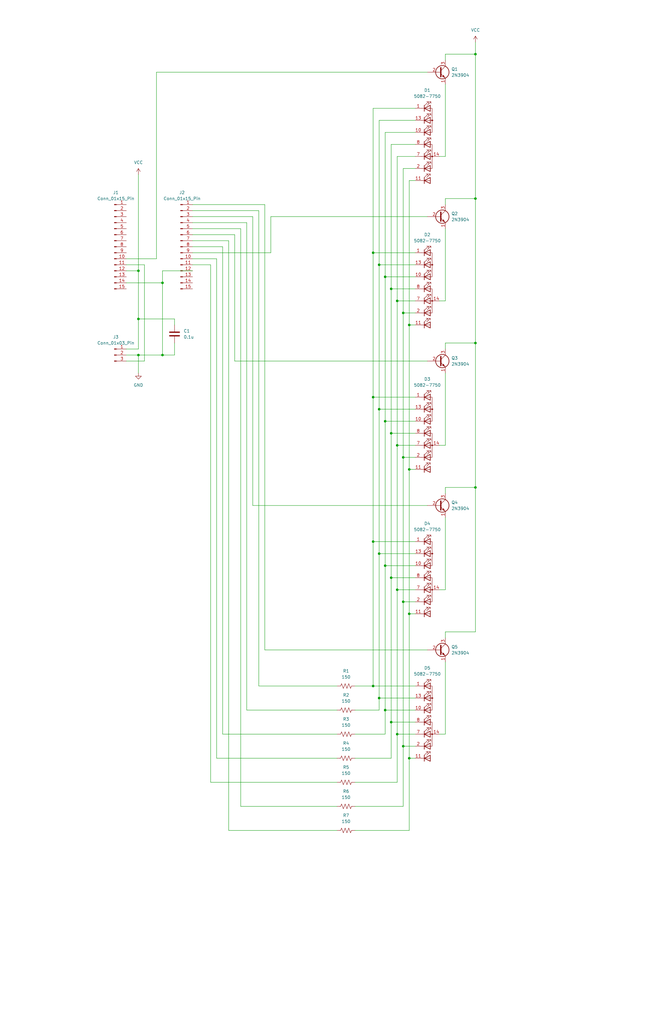
<source format=kicad_sch>
(kicad_sch (version 20230121) (generator eeschema)
  (paper "User" 279.4 431.8)
  (lib_symbols
    (symbol "Connector:Conn_01x03_Pin" (pin_names (offset 1.016) hide)
      (property "Reference" "J" (at 0 5.08 0))
      (property "Value" "Conn_01x03_Pin" (at 0 -5.08 0))
      (symbol "Conn_01x03_Pin_1_1"
        (polyline (pts (xy 1.27 -2.54) (xy 0.8636 -2.54)) (stroke (width 0.1524)))
        (polyline (pts (xy 1.27 0) (xy 0.8636 0)) (stroke (width 0.1524)))
        (polyline (pts (xy 1.27 2.54) (xy 0.8636 2.54)) (stroke (width 0.1524)))
        (rectangle (start 0.8636 -2.413) (end 0 -2.667) (stroke (width 0.1524)) (fill (type outline)))
        (rectangle (start 0.8636 0.127) (end 0 -0.127) (stroke (width 0.1524)) (fill (type outline)))
        (rectangle (start 0.8636 2.667) (end 0 2.413) (stroke (width 0.1524)) (fill (type outline)))
        (pin passive line (at 5.08 2.54 180) (length 3.81) (name "Pin_1") (number "1"))
        (pin passive line (at 5.08 0 180) (length 3.81) (name "Pin_2") (number "2"))
        (pin passive line (at 5.08 -2.54 180) (length 3.81) (name "Pin_3") (number "3"))
      )
    )
    (symbol "Connector:Conn_01x15_Pin" (pin_names (offset 1.016) hide)
      (property "Reference" "J" (at 0 20.32 0))
      (property "Value" "Conn_01x15_Pin" (at 0 -20.32 0))
      (symbol "Conn_01x15_Pin_1_1"
        (polyline (pts (xy 1.27 -17.78) (xy 0.8636 -17.78)) (stroke (width 0.1524)))
        (polyline (pts (xy 1.27 -15.24) (xy 0.8636 -15.24)) (stroke (width 0.1524)))
        (polyline (pts (xy 1.27 -12.7) (xy 0.8636 -12.7)) (stroke (width 0.1524)))
        (polyline (pts (xy 1.27 -10.16) (xy 0.8636 -10.16)) (stroke (width 0.1524)))
        (polyline (pts (xy 1.27 -7.62) (xy 0.8636 -7.62)) (stroke (width 0.1524)))
        (polyline (pts (xy 1.27 -5.08) (xy 0.8636 -5.08)) (stroke (width 0.1524)))
        (polyline (pts (xy 1.27 -2.54) (xy 0.8636 -2.54)) (stroke (width 0.1524)))
        (polyline (pts (xy 1.27 0) (xy 0.8636 0)) (stroke (width 0.1524)))
        (polyline (pts (xy 1.27 2.54) (xy 0.8636 2.54)) (stroke (width 0.1524)))
        (polyline (pts (xy 1.27 5.08) (xy 0.8636 5.08)) (stroke (width 0.1524)))
        (polyline (pts (xy 1.27 7.62) (xy 0.8636 7.62)) (stroke (width 0.1524)))
        (polyline (pts (xy 1.27 10.16) (xy 0.8636 10.16)) (stroke (width 0.1524)))
        (polyline (pts (xy 1.27 12.7) (xy 0.8636 12.7)) (stroke (width 0.1524)))
        (polyline (pts (xy 1.27 15.24) (xy 0.8636 15.24)) (stroke (width 0.1524)))
        (polyline (pts (xy 1.27 17.78) (xy 0.8636 17.78)) (stroke (width 0.1524)))
        (rectangle (start 0.8636 -17.653) (end 0 -17.907) (stroke (width 0.1524)) (fill (type outline)))
        (rectangle (start 0.8636 -15.113) (end 0 -15.367) (stroke (width 0.1524)) (fill (type outline)))
        (rectangle (start 0.8636 -12.573) (end 0 -12.827) (stroke (width 0.1524)) (fill (type outline)))
        (rectangle (start 0.8636 -10.033) (end 0 -10.287) (stroke (width 0.1524)) (fill (type outline)))
        (rectangle (start 0.8636 -7.493) (end 0 -7.747) (stroke (width 0.1524)) (fill (type outline)))
        (rectangle (start 0.8636 -4.953) (end 0 -5.207) (stroke (width 0.1524)) (fill (type outline)))
        (rectangle (start 0.8636 -2.413) (end 0 -2.667) (stroke (width 0.1524)) (fill (type outline)))
        (rectangle (start 0.8636 0.127) (end 0 -0.127) (stroke (width 0.1524)) (fill (type outline)))
        (rectangle (start 0.8636 2.667) (end 0 2.413) (stroke (width 0.1524)) (fill (type outline)))
        (rectangle (start 0.8636 5.207) (end 0 4.953) (stroke (width 0.1524)) (fill (type outline)))
        (rectangle (start 0.8636 7.747) (end 0 7.493) (stroke (width 0.1524)) (fill (type outline)))
        (rectangle (start 0.8636 10.287) (end 0 10.033) (stroke (width 0.1524)) (fill (type outline)))
        (rectangle (start 0.8636 12.827) (end 0 12.573) (stroke (width 0.1524)) (fill (type outline)))
        (rectangle (start 0.8636 15.367) (end 0 15.113) (stroke (width 0.1524)) (fill (type outline)))
        (rectangle (start 0.8636 17.907) (end 0 17.653) (stroke (width 0.1524)) (fill (type outline)))
        (pin passive line (at 5.08 17.78 180) (length 3.81) (name "Pin_1") (number "1"))
        (pin passive line (at 5.08 -5.08 180) (length 3.81) (name "Pin_10") (number "10"))
        (pin passive line (at 5.08 -7.62 180) (length 3.81) (name "Pin_11") (number "11"))
        (pin passive line (at 5.08 -10.16 180) (length 3.81) (name "Pin_12") (number "12"))
        (pin passive line (at 5.08 -12.7 180) (length 3.81) (name "Pin_13") (number "13"))
        (pin passive line (at 5.08 -15.24 180) (length 3.81) (name "Pin_14") (number "14"))
        (pin passive line (at 5.08 -17.78 180) (length 3.81) (name "Pin_15") (number "15"))
        (pin passive line (at 5.08 15.24 180) (length 3.81) (name "Pin_2") (number "2"))
        (pin passive line (at 5.08 12.7 180) (length 3.81) (name "Pin_3") (number "3"))
        (pin passive line (at 5.08 10.16 180) (length 3.81) (name "Pin_4") (number "4"))
        (pin passive line (at 5.08 7.62 180) (length 3.81) (name "Pin_5") (number "5"))
        (pin passive line (at 5.08 5.08 180) (length 3.81) (name "Pin_6") (number "6"))
        (pin passive line (at 5.08 2.54 180) (length 3.81) (name "Pin_7") (number "7"))
        (pin passive line (at 5.08 0 180) (length 3.81) (name "Pin_8") (number "8"))
        (pin passive line (at 5.08 -2.54 180) (length 3.81) (name "Pin_9") (number "9"))
      )
    )
    (symbol "Device:C" (pin_numbers hide) (pin_names (offset 0.254))
      (property "Reference" "C" (at 0.635 2.54 0))
      (property "Value" "C" (at 0.635 -2.54 0))
      (symbol "C_0_1"
        (polyline (pts (xy -2.032 -0.762) (xy 2.032 -0.762)) (stroke (width 0.508)))
        (polyline (pts (xy -2.032 0.762) (xy 2.032 0.762)) (stroke (width 0.508)))
      )
      (symbol "C_1_1"
        (pin passive line (at 0 3.81 270) (length 2.794) (name "~") (number "1"))
        (pin passive line (at 0 -3.81 90) (length 2.794) (name "~") (number "2"))
      )
    )
    (symbol "Device:R_US" (pin_numbers hide) (pin_names (offset 0))
      (property "Reference" "R" (at 2.54 0 90))
      (property "Value" "R_US" (at -2.54 0 90))
      (symbol "R_US_0_1"
        (polyline (pts (xy 0 -2.286) (xy 0 -2.54)))
        (polyline (pts (xy 0 2.286) (xy 0 2.54)))
        (polyline (pts (xy 0 -0.762) (xy 1.016 -1.143) (xy 0 -1.524) (xy -1.016 -1.905) (xy 0 -2.286)))
        (polyline (pts (xy 0 0.762) (xy 1.016 0.381) (xy 0 0) (xy -1.016 -0.381) (xy 0 -0.762)))
        (polyline (pts (xy 0 2.286) (xy 1.016 1.905) (xy 0 1.524) (xy -1.016 1.143) (xy 0 0.762)))
      )
      (symbol "R_US_1_1"
        (pin passive line (at 0 3.81 270) (length 1.27) (name "~") (number "1"))
        (pin passive line (at 0 -3.81 90) (length 1.27) (name "~") (number "2"))
      )
    )
    (symbol "New_Library:5082-7750" (pin_names (offset 0) hide)
      (property "Reference" "D" (at 0 10.16 0))
      (property "Value" "5082-7750" (at 0 -29.21 0))
      (symbol "5082-7750_0_1"
        (polyline (pts (xy -2.54 -25.4) (xy 1.27 -25.4)))
        (polyline (pts (xy -2.54 -20.32) (xy 1.27 -20.32)))
        (polyline (pts (xy -2.54 -5.08) (xy 1.27 -5.08)))
        (polyline (pts (xy -1.27 -24.13) (xy -1.27 -26.67)) (stroke (width 0.254)))
        (polyline (pts (xy -1.27 -19.05) (xy -1.27 -21.59)) (stroke (width 0.254)))
        (polyline (pts (xy -1.27 -13.97) (xy -1.27 -16.51)) (stroke (width 0.254)))
        (polyline (pts (xy -1.27 -8.89) (xy -1.27 -11.43)) (stroke (width 0.254)))
        (polyline (pts (xy -1.27 -3.81) (xy -1.27 -6.35)) (stroke (width 0.254)))
        (polyline (pts (xy -1.27 1.27) (xy -1.27 -1.27)) (stroke (width 0.254)))
        (polyline (pts (xy -1.27 6.35) (xy -1.27 3.81)) (stroke (width 0.254)))
        (polyline (pts (xy 1.27 -10.16) (xy -2.54 -10.16)))
        (polyline (pts (xy 1.27 5.08) (xy -2.54 5.08)))
        (polyline (pts (xy 2.54 -15.24) (xy -2.54 -15.24)))
        (polyline (pts (xy 2.54 0) (xy -2.54 0)))
        (polyline (pts (xy 1.27 -24.13) (xy 1.27 -26.67) (xy -1.27 -25.4) (xy 1.27 -24.13)) (stroke (width 0.254)))
        (polyline (pts (xy 1.27 -20.32) (xy 2.032 -20.32) (xy 2.032 -10.16) (xy 1.27 -10.16)))
        (polyline (pts (xy 1.27 -19.05) (xy 1.27 -21.59) (xy -1.27 -20.32) (xy 1.27 -19.05)) (stroke (width 0.254)))
        (polyline (pts (xy 1.27 -13.97) (xy 1.27 -16.51) (xy -1.27 -15.24) (xy 1.27 -13.97)) (stroke (width 0.254)))
        (polyline (pts (xy 1.27 -8.89) (xy 1.27 -11.43) (xy -1.27 -10.16) (xy 1.27 -8.89)) (stroke (width 0.254)))
        (polyline (pts (xy 1.27 -5.08) (xy 2.032 -5.08) (xy 2.032 5.08) (xy 1.27 5.08)))
        (polyline (pts (xy 1.27 -3.81) (xy 1.27 -6.35) (xy -1.27 -5.08) (xy 1.27 -3.81)) (stroke (width 0.254)))
        (polyline (pts (xy 1.27 1.27) (xy 1.27 -1.27) (xy -1.27 0) (xy 1.27 1.27)) (stroke (width 0.254)))
        (polyline (pts (xy 1.27 6.35) (xy 1.27 3.81) (xy -1.27 5.08) (xy 1.27 6.35)) (stroke (width 0.254)))
        (polyline (pts (xy -1.27 -24.13) (xy 0.254 -22.606) (xy -0.508 -22.606) (xy 0.254 -22.606) (xy 0.254 -23.368)))
        (polyline (pts (xy -1.016 -19.05) (xy 0.508 -17.526) (xy -0.254 -17.526) (xy 0.508 -17.526) (xy 0.508 -18.288)))
        (polyline (pts (xy -1.016 -13.97) (xy 0.508 -12.446) (xy -0.254 -12.446) (xy 0.508 -12.446) (xy 0.508 -13.208)))
        (polyline (pts (xy -1.016 -8.89) (xy 0.508 -7.366) (xy -0.254 -7.366) (xy 0.508 -7.366) (xy 0.508 -8.128)))
        (polyline (pts (xy -1.016 -3.81) (xy 0.508 -2.286) (xy -0.254 -2.286) (xy 0.508 -2.286) (xy 0.508 -3.048)))
        (polyline (pts (xy -1.016 1.27) (xy 0.508 2.794) (xy -0.254 2.794) (xy 0.508 2.794) (xy 0.508 2.032)))
        (polyline (pts (xy -1.016 6.35) (xy 0.508 7.874) (xy -0.254 7.874) (xy 0.508 7.874) (xy 0.508 7.112)))
        (polyline (pts (xy -0.254 -24.13) (xy 1.27 -22.606) (xy 0.508 -22.606) (xy 1.27 -22.606) (xy 1.27 -23.368)))
        (polyline (pts (xy 0 -19.05) (xy 1.524 -17.526) (xy 0.762 -17.526) (xy 1.524 -17.526) (xy 1.524 -18.288)))
        (polyline (pts (xy 0 -13.97) (xy 1.524 -12.446) (xy 0.762 -12.446) (xy 1.524 -12.446) (xy 1.524 -13.208)))
        (polyline (pts (xy 0 -8.89) (xy 1.524 -7.366) (xy 0.762 -7.366) (xy 1.524 -7.366) (xy 1.524 -8.128)))
        (polyline (pts (xy 0 -3.81) (xy 1.524 -2.286) (xy 0.762 -2.286) (xy 1.524 -2.286) (xy 1.524 -3.048)))
        (polyline (pts (xy 0 1.27) (xy 1.524 2.794) (xy 0.762 2.794) (xy 1.524 2.794) (xy 1.524 2.032)))
        (polyline (pts (xy 0 6.35) (xy 1.524 7.874) (xy 0.762 7.874) (xy 1.524 7.874) (xy 1.524 7.112)))
        (rectangle (start 1.27 -8.89) (end 1.27 -8.89))
        (rectangle (start 1.27 6.35) (end 1.27 6.35))
        (circle (center 2.032 -15.24) (radius 0.254) (fill (type outline)))
        (circle (center 2.032 0) (radius 0.254) (fill (type outline)))
      )
      (symbol "5082-7750_1_1"
        (pin input line (at -5.08 5.08 0) (length 2.54) (name "a") (number "1"))
        (pin input line (at -5.08 -5.08 0) (length 2.54) (name "c") (number "10"))
        (pin input line (at -5.08 -25.4 0) (length 2.54) (name "g") (number "11"))
        (pin input line (at -5.08 0 0) (length 2.54) (name "b") (number "13"))
        (pin output line (at 5.08 -15.24 180) (length 2.54) (name "x") (number "14"))
        (pin input line (at -5.08 -20.32 0) (length 2.54) (name "f") (number "2"))
        (pin input line (at -5.08 -15.24 0) (length 2.54) (name "e") (number "7"))
        (pin input line (at -5.08 -10.16 0) (length 2.54) (name "d") (number "8"))
      )
    )
    (symbol "Transistor_BJT:2N3904" (pin_names (offset 0) hide)
      (property "Reference" "Q" (at 5.08 1.905 0))
      (property "Value" "2N3904" (at 5.08 0 0))
      (symbol "2N3904_0_1"
        (polyline (pts (xy 0.635 0.635) (xy 2.54 2.54)))
        (polyline (pts (xy 0.635 -0.635) (xy 2.54 -2.54) (xy 2.54 -2.54)))
        (polyline (pts (xy 0.635 1.905) (xy 0.635 -1.905) (xy 0.635 -1.905)) (stroke (width 0.508)))
        (polyline (pts (xy 1.27 -1.778) (xy 1.778 -1.27) (xy 2.286 -2.286) (xy 1.27 -1.778) (xy 1.27 -1.778)) (fill (type outline)))
        (circle (center 1.27 0) (radius 2.8194) (stroke (width 0.254)))
      )
      (symbol "2N3904_1_1"
        (pin passive line (at 2.54 -5.08 90) (length 2.54) (name "E") (number "1"))
        (pin passive line (at -5.08 0 0) (length 5.715) (name "B") (number "2"))
        (pin passive line (at 2.54 5.08 270) (length 2.54) (name "C") (number "3"))
      )
    )
    (symbol "power:GND" (power) (pin_names (offset 0))
      (property "Value" "GND" (at 0 -3.81 0))
      (symbol "GND_0_1"
        (polyline (pts (xy 0 0) (xy 0 -1.27) (xy 1.27 -1.27) (xy 0 -2.54) (xy -1.27 -1.27) (xy 0 -1.27)))
      )
      (symbol "GND_1_1"
        (pin power_in line (at 0 0 270) (length 0) hide (name "GND") (number "1"))
      )
    )
    (symbol "power:VCC" (power) (pin_names (offset 0))
      (property "Value" "VCC" (at 0 3.81 0))
      (symbol "VCC_0_1"
        (polyline (pts (xy -0.762 1.27) (xy 0 2.54)))
        (polyline (pts (xy 0 0) (xy 0 2.54)))
        (polyline (pts (xy 0 2.54) (xy 0.762 1.27)))
      )
      (symbol "VCC_1_1"
        (pin power_in line (at 0 0 90) (length 0) hide (name "VCC") (number "1"))
      )
    )
  )
  (junction (at 68.58 119.38))
  (junction (at 157.48 228.6))
  (junction (at 170.18 254))
  (junction (at 165.1 121.92))
  (junction (at 200.66 144.78))
  (junction (at 165.1 182.88))
  (junction (at 157.48 106.68))
  (junction (at 172.72 259.08))
  (junction (at 200.66 22.86))
  (junction (at 160.02 111.76))
  (junction (at 167.64 127))
  (junction (at 167.64 248.92))
  (junction (at 160.02 233.68))
  (junction (at 58.42 149.86))
  (junction (at 200.66 205.74))
  (junction (at 162.56 177.8))
  (junction (at 167.64 187.96))
  (junction (at 200.66 83.82))
  (junction (at 157.48 167.64))
  (junction (at 68.58 149.86))
  (junction (at 167.64 309.88))
  (junction (at 162.56 238.76))
  (junction (at 160.02 294.64))
  (junction (at 172.72 320.04))
  (junction (at 157.48 289.56))
  (junction (at 165.1 304.8))
  (junction (at 170.18 193.04))
  (junction (at 170.18 132.08))
  (junction (at 58.42 134.62))
  (junction (at 172.72 198.12))
  (junction (at 58.42 114.3))
  (junction (at 170.18 314.96))
  (junction (at 172.72 137.16))
  (junction (at 162.56 116.84))
  (junction (at 165.1 243.84))
  (junction (at 162.56 299.72))
  (junction (at 160.02 172.72))
  (wire (pts (xy 68.58 149.86) (xy 58.42 149.86)))
  (wire (pts (xy 175.26 60.96) (xy 165.1 60.96)))
  (wire (pts (xy 187.96 25.4) (xy 187.96 22.86)))
  (wire (pts (xy 58.42 149.86) (xy 53.34 149.86)))
  (wire (pts (xy 88.9 111.76) (xy 88.9 330.2)))
  (wire (pts (xy 175.26 238.76) (xy 162.56 238.76)))
  (wire (pts (xy 81.28 96.52) (xy 101.6 96.52)))
  (wire (pts (xy 187.96 127) (xy 185.42 127)))
  (wire (pts (xy 106.68 213.36) (xy 180.34 213.36)))
  (wire (pts (xy 167.64 127) (xy 167.64 187.96)))
  (wire (pts (xy 104.14 93.98) (xy 104.14 299.72)))
  (wire (pts (xy 175.26 228.6) (xy 157.48 228.6)))
  (wire (pts (xy 58.42 147.32) (xy 53.34 147.32)))
  (wire (pts (xy 175.26 45.72) (xy 157.48 45.72)))
  (wire (pts (xy 60.96 111.76) (xy 60.96 152.4)))
  (wire (pts (xy 200.66 83.82) (xy 200.66 144.78)))
  (wire (pts (xy 160.02 233.68) (xy 160.02 294.64)))
  (wire (pts (xy 175.26 111.76) (xy 160.02 111.76)))
  (wire (pts (xy 73.66 137.16) (xy 73.66 134.62)))
  (wire (pts (xy 167.64 66.04) (xy 167.64 127)))
  (wire (pts (xy 157.48 167.64) (xy 157.48 228.6)))
  (wire (pts (xy 187.96 157.48) (xy 187.96 187.96)))
  (wire (pts (xy 200.66 22.86) (xy 200.66 83.82)))
  (wire (pts (xy 172.72 320.04) (xy 172.72 350.52)))
  (wire (pts (xy 187.96 279.4) (xy 187.96 309.88)))
  (wire (pts (xy 93.98 309.88) (xy 142.24 309.88)))
  (wire (pts (xy 149.86 330.2) (xy 167.64 330.2)))
  (wire (pts (xy 172.72 76.2) (xy 172.72 137.16)))
  (wire (pts (xy 60.96 152.4) (xy 53.34 152.4)))
  (wire (pts (xy 175.26 289.56) (xy 157.48 289.56)))
  (wire (pts (xy 172.72 137.16) (xy 172.72 198.12)))
  (wire (pts (xy 187.96 66.04) (xy 185.42 66.04)))
  (wire (pts (xy 81.28 86.36) (xy 111.76 86.36)))
  (wire (pts (xy 200.66 17.78) (xy 200.66 22.86)))
  (wire (pts (xy 68.58 114.3) (xy 68.58 119.38)))
  (wire (pts (xy 81.28 91.44) (xy 106.68 91.44)))
  (wire (pts (xy 58.42 134.62) (xy 73.66 134.62)))
  (wire (pts (xy 175.26 248.92) (xy 167.64 248.92)))
  (wire (pts (xy 53.34 111.76) (xy 60.96 111.76)))
  (wire (pts (xy 160.02 172.72) (xy 160.02 233.68)))
  (wire (pts (xy 162.56 116.84) (xy 162.56 177.8)))
  (wire (pts (xy 81.28 99.06) (xy 99.06 99.06)))
  (wire (pts (xy 101.6 96.52) (xy 101.6 340.36)))
  (wire (pts (xy 111.76 86.36) (xy 111.76 274.32)))
  (wire (pts (xy 96.52 101.6) (xy 96.52 350.52)))
  (wire (pts (xy 167.64 187.96) (xy 167.64 248.92)))
  (wire (pts (xy 170.18 254) (xy 170.18 314.96)))
  (wire (pts (xy 175.26 116.84) (xy 162.56 116.84)))
  (wire (pts (xy 165.1 182.88) (xy 165.1 243.84)))
  (wire (pts (xy 157.48 106.68) (xy 157.48 167.64)))
  (wire (pts (xy 81.28 106.68) (xy 114.3 106.68)))
  (wire (pts (xy 175.26 76.2) (xy 172.72 76.2)))
  (wire (pts (xy 187.96 35.56) (xy 187.96 66.04)))
  (wire (pts (xy 160.02 111.76) (xy 160.02 172.72)))
  (wire (pts (xy 187.96 83.82) (xy 200.66 83.82)))
  (wire (pts (xy 81.28 111.76) (xy 88.9 111.76)))
  (wire (pts (xy 175.26 66.04) (xy 167.64 66.04)))
  (wire (pts (xy 58.42 149.86) (xy 58.42 157.48)))
  (wire (pts (xy 200.66 205.74) (xy 200.66 266.7)))
  (wire (pts (xy 165.1 304.8) (xy 165.1 320.04)))
  (wire (pts (xy 101.6 340.36) (xy 142.24 340.36)))
  (wire (pts (xy 157.48 228.6) (xy 157.48 289.56)))
  (wire (pts (xy 187.96 187.96) (xy 185.42 187.96)))
  (wire (pts (xy 165.1 121.92) (xy 165.1 182.88)))
  (wire (pts (xy 175.26 314.96) (xy 170.18 314.96)))
  (wire (pts (xy 162.56 177.8) (xy 162.56 238.76)))
  (wire (pts (xy 175.26 243.84) (xy 165.1 243.84)))
  (wire (pts (xy 81.28 109.22) (xy 91.44 109.22)))
  (wire (pts (xy 200.66 144.78) (xy 200.66 205.74)))
  (wire (pts (xy 175.26 50.8) (xy 160.02 50.8)))
  (wire (pts (xy 175.26 127) (xy 167.64 127)))
  (wire (pts (xy 111.76 274.32) (xy 180.34 274.32)))
  (wire (pts (xy 114.3 106.68) (xy 114.3 91.44)))
  (wire (pts (xy 149.86 299.72) (xy 160.02 299.72)))
  (wire (pts (xy 106.68 91.44) (xy 106.68 213.36)))
  (wire (pts (xy 53.34 109.22) (xy 66.04 109.22)))
  (wire (pts (xy 175.26 106.68) (xy 157.48 106.68)))
  (wire (pts (xy 187.96 266.7) (xy 200.66 266.7)))
  (wire (pts (xy 149.86 309.88) (xy 162.56 309.88)))
  (wire (pts (xy 175.26 294.64) (xy 160.02 294.64)))
  (wire (pts (xy 187.96 208.28) (xy 187.96 205.74)))
  (wire (pts (xy 81.28 93.98) (xy 104.14 93.98)))
  (wire (pts (xy 187.96 86.36) (xy 187.96 83.82)))
  (wire (pts (xy 175.26 167.64) (xy 157.48 167.64)))
  (wire (pts (xy 58.42 73.66) (xy 58.42 114.3)))
  (wire (pts (xy 91.44 320.04) (xy 142.24 320.04)))
  (wire (pts (xy 175.26 299.72) (xy 162.56 299.72)))
  (wire (pts (xy 109.22 289.56) (xy 142.24 289.56)))
  (wire (pts (xy 149.86 340.36) (xy 170.18 340.36)))
  (wire (pts (xy 170.18 314.96) (xy 170.18 340.36)))
  (wire (pts (xy 172.72 198.12) (xy 172.72 259.08)))
  (wire (pts (xy 157.48 45.72) (xy 157.48 106.68)))
  (wire (pts (xy 66.04 30.48) (xy 66.04 109.22)))
  (wire (pts (xy 187.96 248.92) (xy 185.42 248.92)))
  (wire (pts (xy 170.18 132.08) (xy 170.18 193.04)))
  (wire (pts (xy 68.58 119.38) (xy 68.58 149.86)))
  (wire (pts (xy 175.26 320.04) (xy 172.72 320.04)))
  (wire (pts (xy 81.28 104.14) (xy 93.98 104.14)))
  (wire (pts (xy 162.56 238.76) (xy 162.56 299.72)))
  (wire (pts (xy 175.26 187.96) (xy 167.64 187.96)))
  (wire (pts (xy 175.26 309.88) (xy 167.64 309.88)))
  (wire (pts (xy 53.34 114.3) (xy 58.42 114.3)))
  (wire (pts (xy 96.52 350.52) (xy 142.24 350.52)))
  (wire (pts (xy 81.28 101.6) (xy 96.52 101.6)))
  (wire (pts (xy 175.26 55.88) (xy 162.56 55.88)))
  (wire (pts (xy 58.42 134.62) (xy 58.42 147.32)))
  (wire (pts (xy 165.1 243.84) (xy 165.1 304.8)))
  (wire (pts (xy 167.64 248.92) (xy 167.64 309.88)))
  (wire (pts (xy 162.56 55.88) (xy 162.56 116.84)))
  (wire (pts (xy 175.26 172.72) (xy 160.02 172.72)))
  (wire (pts (xy 175.26 193.04) (xy 170.18 193.04)))
  (wire (pts (xy 187.96 218.44) (xy 187.96 248.92)))
  (wire (pts (xy 58.42 114.3) (xy 58.42 134.62)))
  (wire (pts (xy 109.22 88.9) (xy 109.22 289.56)))
  (wire (pts (xy 175.26 233.68) (xy 160.02 233.68)))
  (wire (pts (xy 187.96 205.74) (xy 200.66 205.74)))
  (wire (pts (xy 81.28 88.9) (xy 109.22 88.9)))
  (wire (pts (xy 187.96 144.78) (xy 200.66 144.78)))
  (wire (pts (xy 149.86 320.04) (xy 165.1 320.04)))
  (wire (pts (xy 66.04 30.48) (xy 180.34 30.48)))
  (wire (pts (xy 160.02 50.8) (xy 160.02 111.76)))
  (wire (pts (xy 93.98 104.14) (xy 93.98 309.88)))
  (wire (pts (xy 187.96 96.52) (xy 187.96 127)))
  (wire (pts (xy 91.44 109.22) (xy 91.44 320.04)))
  (wire (pts (xy 73.66 144.78) (xy 73.66 149.86)))
  (wire (pts (xy 187.96 309.88) (xy 185.42 309.88)))
  (wire (pts (xy 175.26 71.12) (xy 170.18 71.12)))
  (wire (pts (xy 187.96 147.32) (xy 187.96 144.78)))
  (wire (pts (xy 99.06 99.06) (xy 99.06 152.4)))
  (wire (pts (xy 187.96 22.86) (xy 200.66 22.86)))
  (wire (pts (xy 170.18 71.12) (xy 170.18 132.08)))
  (wire (pts (xy 175.26 137.16) (xy 172.72 137.16)))
  (wire (pts (xy 175.26 177.8) (xy 162.56 177.8)))
  (wire (pts (xy 175.26 121.92) (xy 165.1 121.92)))
  (wire (pts (xy 73.66 149.86) (xy 68.58 149.86)))
  (wire (pts (xy 175.26 304.8) (xy 165.1 304.8)))
  (wire (pts (xy 172.72 259.08) (xy 172.72 320.04)))
  (wire (pts (xy 187.96 269.24) (xy 187.96 266.7)))
  (wire (pts (xy 149.86 350.52) (xy 172.72 350.52)))
  (wire (pts (xy 175.26 254) (xy 170.18 254)))
  (wire (pts (xy 165.1 60.96) (xy 165.1 121.92)))
  (wire (pts (xy 53.34 119.38) (xy 68.58 119.38)))
  (wire (pts (xy 114.3 91.44) (xy 180.34 91.44)))
  (wire (pts (xy 104.14 299.72) (xy 142.24 299.72)))
  (wire (pts (xy 175.26 198.12) (xy 172.72 198.12)))
  (wire (pts (xy 99.06 152.4) (xy 180.34 152.4)))
  (wire (pts (xy 170.18 193.04) (xy 170.18 254)))
  (wire (pts (xy 162.56 299.72) (xy 162.56 309.88)))
  (wire (pts (xy 175.26 132.08) (xy 170.18 132.08)))
  (wire (pts (xy 167.64 309.88) (xy 167.64 330.2)))
  (wire (pts (xy 149.86 289.56) (xy 157.48 289.56)))
  (wire (pts (xy 142.24 330.2) (xy 88.9 330.2)))
  (wire (pts (xy 81.28 114.3) (xy 68.58 114.3)))
  (wire (pts (xy 160.02 294.64) (xy 160.02 299.72)))
  (wire (pts (xy 175.26 259.08) (xy 172.72 259.08)))
  (wire (pts (xy 175.26 182.88) (xy 165.1 182.88)))
  (symbol (lib_id "Connector:Conn_01x15_Pin") (at 48.26 104.14 0) (unit 1)
    (property "Reference" "J1" (at 48.895 81.28 0))
    (property "Value" "Conn_01x15_Pin" (at 48.895 83.82 0))
    (property "Footprint" "Connector_PinHeader_2.54mm:PinHeader_1x15_P2.54mm_Vertical" (effects hide))
  )
  (symbol (lib_id "Transistor_BJT:2N3904") (at 185.42 152.4 0) (unit 1)
    (property "Reference" "Q3" (at 190.5 151.13 0) (effects (justify left)))
    (property "Value" "2N3904" (at 190.5 153.67 0) (effects (justify left)))
    (property "Footprint" "Package_TO_SOT_THT:TO-92_Inline_Wide" (effects hide))
    (property "Datasheet" "https://www.onsemi.com/pub/Collateral/2N3903-D.PDF" (effects hide))
  )
  (symbol (lib_id "New_Library:5082-7750") (at 180.34 172.72 0) (unit 1)
    (property "Reference" "D3" (at 180.34 160.02 0))
    (property "Value" "5082-7750" (at 180.34 162.56 0))
    (property "Footprint" "Package_DIP:DIP-14_W7.62mm" (effects hide))
  )
  (symbol (lib_id "Transistor_BJT:2N3904") (at 185.42 30.48 0) (unit 1)
    (property "Reference" "Q1" (at 190.5 29.21 0) (effects (justify left)))
    (property "Value" "2N3904" (at 190.5 31.75 0) (effects (justify left)))
    (property "Footprint" "Package_TO_SOT_THT:TO-92_Inline_Wide" (effects hide))
    (property "Datasheet" "https://www.onsemi.com/pub/Collateral/2N3903-D.PDF" (effects hide))
  )
  (symbol (lib_id "Device:R_US") (at 146.05 309.88 270) (unit 1)
    (property "Reference" "R3" (at 146.05 303.53 90))
    (property "Value" "150" (at 146.05 306.07 90))
    (property "Footprint" "Resistor_THT:R_Axial_DIN0207_L6.3mm_D2.5mm_P5.08mm_Vertical" (effects hide))
  )
  (symbol (lib_id "Transistor_BJT:2N3904") (at 185.42 213.36 0) (unit 1)
    (property "Reference" "Q4" (at 190.5 212.09 0) (effects (justify left)))
    (property "Value" "2N3904" (at 190.5 214.63 0) (effects (justify left)))
    (property "Footprint" "Package_TO_SOT_THT:TO-92_Inline_Wide" (effects hide))
    (property "Datasheet" "https://www.onsemi.com/pub/Collateral/2N3903-D.PDF" (effects hide))
  )
  (symbol (lib_id "New_Library:5082-7750") (at 180.34 111.76 0) (unit 1)
    (property "Reference" "D2" (at 180.34 99.06 0))
    (property "Value" "5082-7750" (at 180.34 101.6 0))
    (property "Footprint" "Package_DIP:DIP-14_W7.62mm" (effects hide))
  )
  (symbol (lib_id "Device:R_US") (at 146.05 330.2 270) (unit 1)
    (property "Reference" "R5" (at 146.05 323.85 90))
    (property "Value" "150" (at 146.05 326.39 90))
    (property "Footprint" "Resistor_THT:R_Axial_DIN0207_L6.3mm_D2.5mm_P5.08mm_Vertical" (effects hide))
  )
  (symbol (lib_id "New_Library:5082-7750") (at 180.34 50.8 0) (unit 1)
    (property "Reference" "D1" (at 180.34 38.1 0))
    (property "Value" "5082-7750" (at 180.34 40.64 0))
    (property "Footprint" "Package_DIP:DIP-14_W7.62mm" (effects hide))
  )
  (symbol (lib_id "power:GND") (at 58.42 157.48 0) (unit 1)
    (property "Reference" "#PWR03" (effects hide))
    (property "Value" "GND" (at 58.42 162.56 0))
  )
  (symbol (lib_id "power:VCC") (at 58.42 73.66 0) (unit 1)
    (property "Reference" "#PWR02" (effects hide))
    (property "Value" "VCC" (at 58.42 68.58 0))
  )
  (symbol (lib_id "Connector:Conn_01x03_Pin") (at 48.26 149.86 0) (unit 1)
    (property "Reference" "J3" (at 48.895 142.24 0))
    (property "Value" "Conn_01x03_Pin" (at 48.895 144.78 0))
    (property "Footprint" "Connector_PinHeader_2.54mm:PinHeader_1x03_P2.54mm_Vertical" (effects hide))
  )
  (symbol (lib_id "Device:R_US") (at 146.05 289.56 270) (unit 1)
    (property "Reference" "R1" (at 146.05 283.21 90))
    (property "Value" "150" (at 146.05 285.75 90))
    (property "Footprint" "Resistor_THT:R_Axial_DIN0207_L6.3mm_D2.5mm_P5.08mm_Vertical" (effects hide))
  )
  (symbol (lib_id "Connector:Conn_01x15_Pin") (at 76.2 104.14 0) (unit 1)
    (property "Reference" "J2" (at 76.835 81.28 0))
    (property "Value" "Conn_01x15_Pin" (at 76.835 83.82 0))
    (property "Footprint" "Connector_PinHeader_2.54mm:PinHeader_1x15_P2.54mm_Vertical" (effects hide))
  )
  (symbol (lib_id "Device:R_US") (at 146.05 299.72 270) (unit 1)
    (property "Reference" "R2" (at 146.05 293.37 90))
    (property "Value" "150" (at 146.05 295.91 90))
    (property "Footprint" "Resistor_THT:R_Axial_DIN0207_L6.3mm_D2.5mm_P5.08mm_Vertical" (effects hide))
  )
  (symbol (lib_id "Device:R_US") (at 146.05 320.04 270) (unit 1)
    (property "Reference" "R4" (at 146.05 313.69 90))
    (property "Value" "150" (at 146.05 316.23 90))
    (property "Footprint" "Resistor_THT:R_Axial_DIN0207_L6.3mm_D2.5mm_P5.08mm_Vertical" (effects hide))
  )
  (symbol (lib_id "New_Library:5082-7750") (at 180.34 233.68 0) (unit 1)
    (property "Reference" "D4" (at 180.34 220.98 0))
    (property "Value" "5082-7750" (at 180.34 223.52 0))
    (property "Footprint" "Package_DIP:DIP-14_W7.62mm" (effects hide))
  )
  (symbol (lib_id "Device:R_US") (at 146.05 340.36 270) (unit 1)
    (property "Reference" "R6" (at 146.05 334.01 90))
    (property "Value" "150" (at 146.05 336.55 90))
    (property "Footprint" "Resistor_THT:R_Axial_DIN0207_L6.3mm_D2.5mm_P5.08mm_Vertical" (effects hide))
  )
  (symbol (lib_id "Transistor_BJT:2N3904") (at 185.42 274.32 0) (unit 1)
    (property "Reference" "Q5" (at 190.5 273.05 0) (effects (justify left)))
    (property "Value" "2N3904" (at 190.5 275.59 0) (effects (justify left)))
    (property "Footprint" "Package_TO_SOT_THT:TO-92_Inline_Wide" (effects hide))
    (property "Datasheet" "https://www.onsemi.com/pub/Collateral/2N3903-D.PDF" (effects hide))
  )
  (symbol (lib_id "Device:R_US") (at 146.05 350.52 270) (unit 1)
    (property "Reference" "R7" (at 146.05 344.17 90))
    (property "Value" "150" (at 146.05 346.71 90))
    (property "Footprint" "Resistor_THT:R_Axial_DIN0207_L6.3mm_D2.5mm_P5.08mm_Vertical" (effects hide))
  )
  (symbol (lib_id "Transistor_BJT:2N3904") (at 185.42 91.44 0) (unit 1)
    (property "Reference" "Q2" (at 190.5 90.17 0) (effects (justify left)))
    (property "Value" "2N3904" (at 190.5 92.71 0) (effects (justify left)))
    (property "Footprint" "Package_TO_SOT_THT:TO-92_Inline_Wide" (effects hide))
    (property "Datasheet" "https://www.onsemi.com/pub/Collateral/2N3903-D.PDF" (effects hide))
  )
  (symbol (lib_id "New_Library:5082-7750") (at 180.34 294.64 0) (unit 1)
    (property "Reference" "D5" (at 180.34 281.94 0))
    (property "Value" "5082-7750" (at 180.34 284.48 0))
    (property "Footprint" "Package_DIP:DIP-14_W7.62mm" (effects hide))
  )
  (symbol (lib_id "power:VCC") (at 200.66 17.78 0) (unit 1)
    (property "Reference" "#PWR01" (effects hide))
    (property "Value" "VCC" (at 200.66 12.7 0))
  )
  (symbol (lib_id "Device:C") (at 73.66 140.97 0) (unit 1)
    (property "Reference" "C1" (at 77.47 139.7 0) (effects (justify left)))
    (property "Value" "0.1u" (at 77.47 142.24 0) (effects (justify left)))
    (property "Footprint" "Capacitor_THT:C_Axial_L3.8mm_D2.6mm_P7.50mm_Horizontal" (effects hide))
  )
)
</source>
